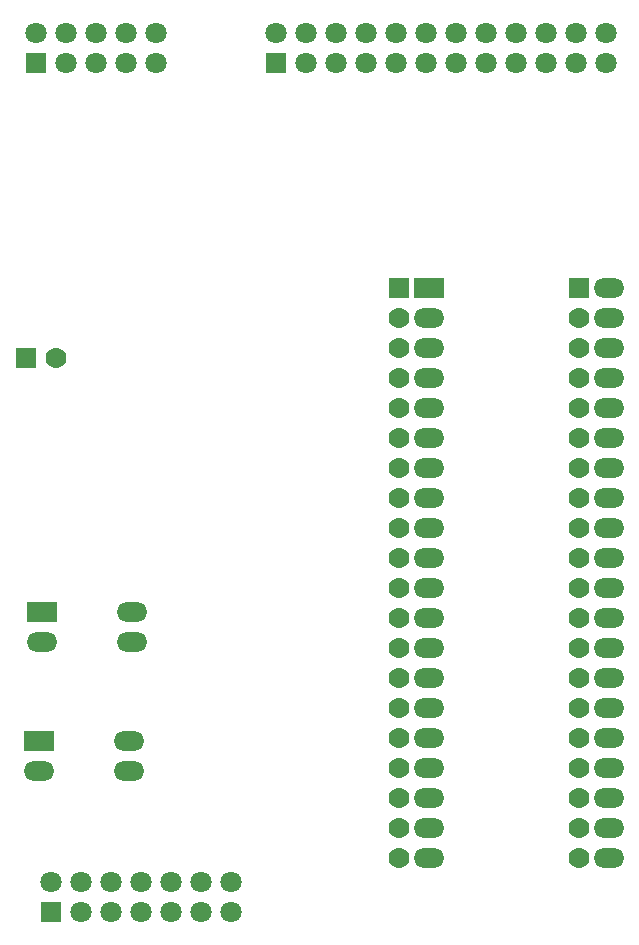
<source format=gbs>
G04*
G04 #@! TF.GenerationSoftware,Altium Limited,Altium Designer,21.0.8 (223)*
G04*
G04 Layer_Color=16711935*
%FSLAX25Y25*%
%MOIN*%
G70*
G04*
G04 #@! TF.SameCoordinates,24B65C91-686E-4BDF-BE13-0E35A49C72FF*
G04*
G04*
G04 #@! TF.FilePolarity,Negative*
G04*
G01*
G75*
%ADD38C,0.07099*%
%ADD39R,0.07099X0.07099*%
%ADD40O,0.10142X0.06598*%
%ADD41R,0.10142X0.06598*%
%ADD42C,0.06992*%
%ADD43R,0.06992X0.06992*%
%ADD44R,0.06992X0.06992*%
%ADD45O,0.10142X0.06598*%
%ADD46R,0.10142X0.06598*%
D38*
X204000Y317000D02*
D03*
X194000D02*
D03*
X184000D02*
D03*
X174000D02*
D03*
X164000D02*
D03*
X154000D02*
D03*
X144000D02*
D03*
X134000D02*
D03*
X164000Y307000D02*
D03*
X154000D02*
D03*
X144000D02*
D03*
X134000D02*
D03*
X124000D02*
D03*
X114000D02*
D03*
X104000D02*
D03*
X174000D02*
D03*
X184000D02*
D03*
X194000D02*
D03*
X204000D02*
D03*
X94000Y317000D02*
D03*
X104000D02*
D03*
X114000D02*
D03*
X124000D02*
D03*
X44000D02*
D03*
Y307000D02*
D03*
X34000Y317000D02*
D03*
Y307000D02*
D03*
X24000Y317000D02*
D03*
Y307000D02*
D03*
X14000Y317000D02*
D03*
X54000Y307000D02*
D03*
Y317000D02*
D03*
X79000Y34000D02*
D03*
Y24000D02*
D03*
X69000Y34000D02*
D03*
Y24000D02*
D03*
X59000Y34000D02*
D03*
Y24000D02*
D03*
X19000Y34000D02*
D03*
X29000Y24000D02*
D03*
Y34000D02*
D03*
X39000Y24000D02*
D03*
Y34000D02*
D03*
X49000Y24000D02*
D03*
Y34000D02*
D03*
D39*
X94000Y307000D02*
D03*
X14000D02*
D03*
X19000Y24000D02*
D03*
D40*
X205000Y42000D02*
D03*
Y52000D02*
D03*
Y62000D02*
D03*
Y72000D02*
D03*
Y82000D02*
D03*
Y92000D02*
D03*
Y102000D02*
D03*
Y112000D02*
D03*
Y122000D02*
D03*
Y132000D02*
D03*
Y142000D02*
D03*
Y152000D02*
D03*
Y162000D02*
D03*
Y172000D02*
D03*
Y182000D02*
D03*
Y192000D02*
D03*
Y202000D02*
D03*
Y212000D02*
D03*
Y222000D02*
D03*
Y232000D02*
D03*
X145000Y42000D02*
D03*
Y52000D02*
D03*
Y62000D02*
D03*
Y72000D02*
D03*
Y82000D02*
D03*
Y92000D02*
D03*
Y102000D02*
D03*
Y112000D02*
D03*
Y122000D02*
D03*
Y132000D02*
D03*
Y142000D02*
D03*
Y152000D02*
D03*
Y162000D02*
D03*
Y172000D02*
D03*
Y182000D02*
D03*
Y192000D02*
D03*
Y202000D02*
D03*
Y212000D02*
D03*
Y222000D02*
D03*
D41*
Y232000D02*
D03*
D42*
X195000Y42000D02*
D03*
Y52000D02*
D03*
Y62000D02*
D03*
Y72000D02*
D03*
Y82000D02*
D03*
Y162000D02*
D03*
Y172000D02*
D03*
Y182000D02*
D03*
Y192000D02*
D03*
Y202000D02*
D03*
Y212000D02*
D03*
Y222000D02*
D03*
Y152000D02*
D03*
Y142000D02*
D03*
Y132000D02*
D03*
Y122000D02*
D03*
Y112000D02*
D03*
Y102000D02*
D03*
Y92000D02*
D03*
X135000Y42000D02*
D03*
Y52000D02*
D03*
Y62000D02*
D03*
Y72000D02*
D03*
Y82000D02*
D03*
Y162000D02*
D03*
Y172000D02*
D03*
Y182000D02*
D03*
Y192000D02*
D03*
Y202000D02*
D03*
Y212000D02*
D03*
Y222000D02*
D03*
Y152000D02*
D03*
Y142000D02*
D03*
Y132000D02*
D03*
Y122000D02*
D03*
Y112000D02*
D03*
Y102000D02*
D03*
Y92000D02*
D03*
X20500Y208500D02*
D03*
D43*
X195000Y232000D02*
D03*
X135000D02*
D03*
D44*
X10500Y208500D02*
D03*
D45*
X45000Y81000D02*
D03*
Y71000D02*
D03*
X15000D02*
D03*
X46000Y124000D02*
D03*
Y114000D02*
D03*
X16000D02*
D03*
D46*
X15000Y81000D02*
D03*
X16000Y124000D02*
D03*
M02*

</source>
